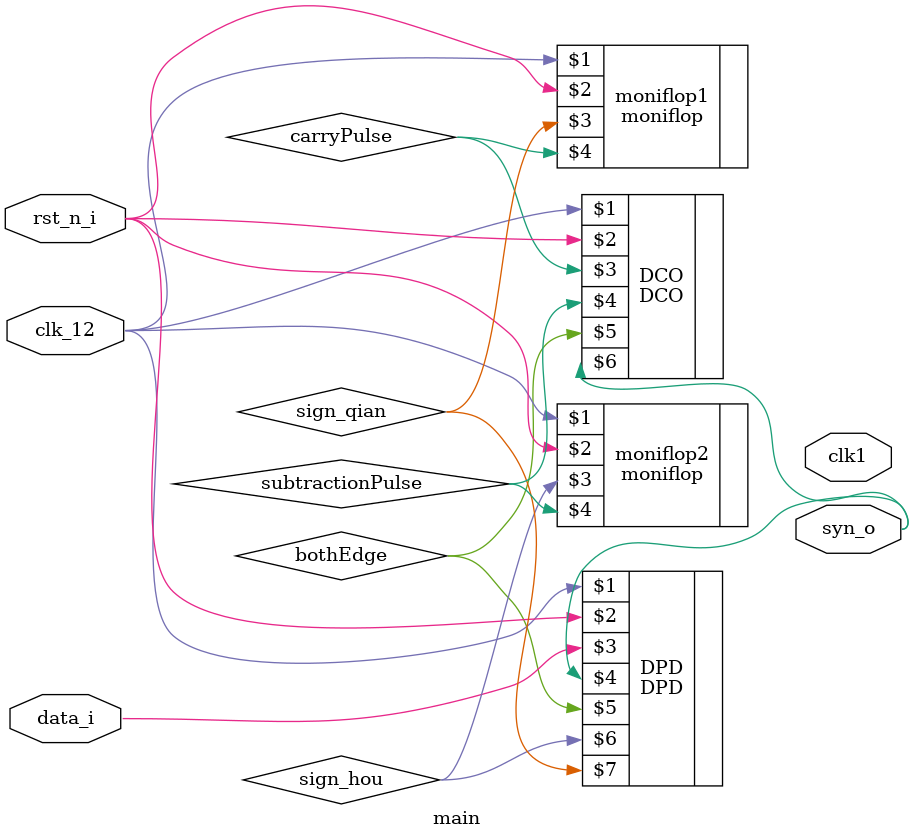
<source format=v>
module main(
	clk_12	,
	rst_n_i	,
	data_i	,
	syn_o	,
	clk1
);
	input		wire			clk_12	;
	input		wire			rst_n_i	;
	input		wire			data_i	;
	output	wire			syn_o		;
	output	wire			clk1		;

//	wire   clk4
	wire	clk_d1	, clk_d2	;
	wire	clk_i		,	clk_q		;
	wire	sign_hou	,	sign_qian	;
	wire   bothEdge;
 wire carryPulse,subtractionPulse;
	
	
DPD	DPD(
	clk_12,
	rst_n_i,
	
	data_i,//输入信号
	syn_o,//本地参考信号
	
	bothEdge,//携带输入信号边沿信息的脉冲序列
	sign_hou,//滞后信号
	sign_qian//超前信号
	
);

moniflop moniflop1
(
    clk_12,      //32MHz系统时钟
    rst_n_i,      //高电平有效复位信号
    sign_qian,      
    carryPulse
);
moniflop moniflop2
(
    clk_12,      //32MHz系统时钟
    rst_n_i,      //高电平有效复位信号
    sign_hou,      
    subtractionPulse
);
DCO DCO(
	clk_12,
	rst_n_i,
	carryPulse,
	subtractionPulse,
	bothEdge,
	syn_o
);
	
//	assign	syn_o = clk_i	;
	
	
endmodule 

</source>
